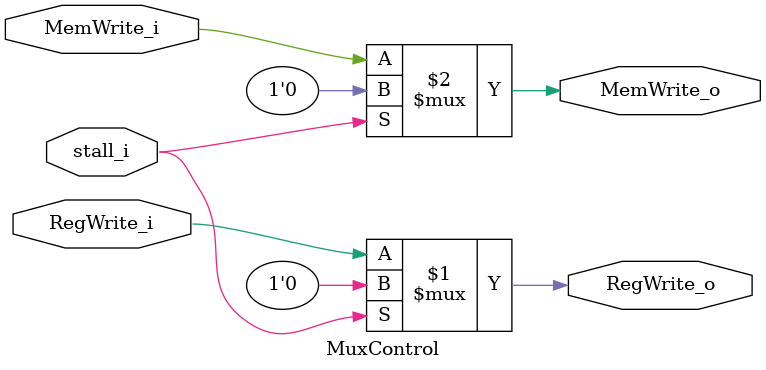
<source format=v>
module MuxControl( 
    stall_i,   
    RegWrite_i,
    MemWrite_i,
    RegWrite_o,
    MemWrite_o
);

input stall_i;
input RegWrite_i;
input MemWrite_i;

output RegWrite_o;
output MemWrite_o;

assign RegWrite_o = (stall_i? 1'b0 : RegWrite_i);
assign MemWrite_o = (stall_i? 1'b0 : MemWrite_i);

endmodule

</source>
